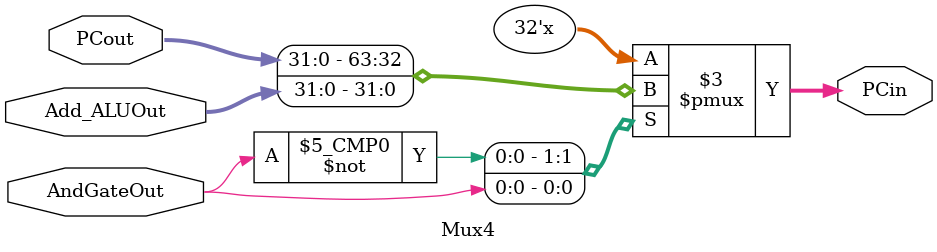
<source format=v>
module Mux4 (PCout, Add_ALUOut, AndGateOut, PCin);

	input [31:0] PCout, Add_ALUOut;
	input AndGateOut;	
	
	output reg [31:0] PCin;
	
	initial begin
		PCin <= 0;
	end
	
	always @(*) begin
		case (AndGateOut)
			0: PCin <= PCout ;
			1: PCin <= Add_ALUOut;
		endcase
	end
endmodule
</source>
